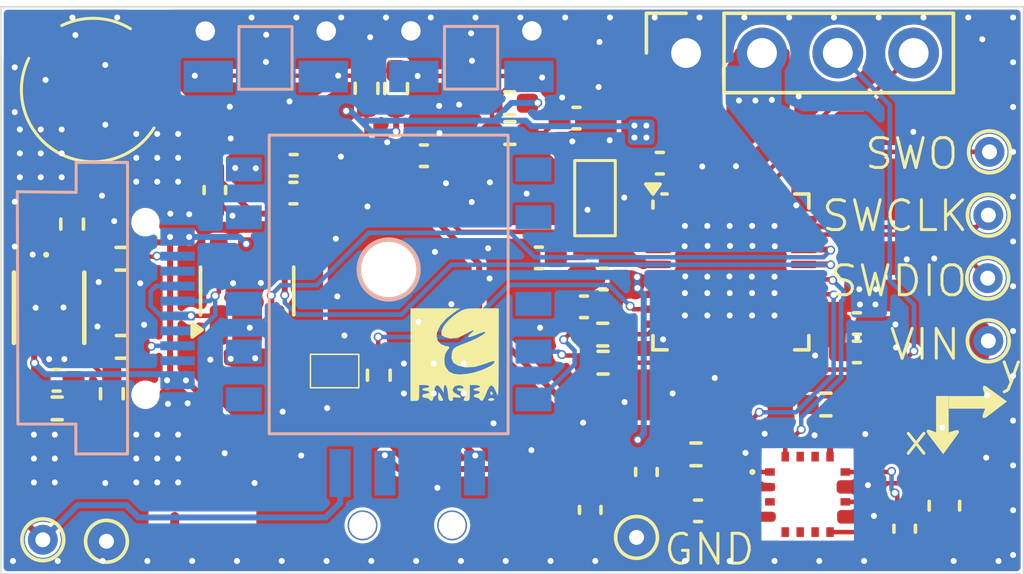
<source format=kicad_pcb>
(kicad_pcb (version 20240108) (generator "pcbnew") (generator_version "8.0")
  (layers (0 "F.Cu" signal) (31 "B.Cu" signal) (34 "B.Paste" user) (35 "F.Paste" user) (36 "B.SilkS" user "B.Silkscreen") (37 "F.SilkS" user "F.Silkscreen") (38 "B.Mask" user) (39 "F.Mask" user) (44 "Edge.Cuts" user))
  (net 0 "")
  (net 1 "Net-(C1-Pad2)")
  (net 2 "+3.3V")
  (net 3 "Net-(U1-NRST)")
  (net 4 "GNDGPS")
  (net 5 "Net-(BT1-+)")
  (net 6 "Net-(IC1-SETC)")
  (net 7 "Net-(IC1-STEP)")
  (net 8 "Net-(IC1-C1)")
  (net 9 "Net-(D1-K)")
  (net 10 "Net-(D1-A)")
  (net 12 "COMPASSCL")
  (net 13 "COMPASSDA")
  (net 19 "Net-(J1-CC2)")
  (net 20 "Net-(J1-CC1)")
  (net 21 "OLED_SCL")
  (net 22 "OLED_SDA")
  (net 25 "Net-(PA1010D1-TX)")
  (net 28 "Net-(PA1010D1-RX)")
  (net 30 "ALIMGPS")
  (net 31 "Net-(U2-PROG)")
  (net 32 "GPSRX")
  (net 33 "GPSTX")
  (net 34 "B2")
  (net 35 "B1")
  (net 36 "vusb")
  (net 37 "SWDIO")
  (net 38 "SWO")
  (net 39 "SWCLK")
  (net 42 "D+")
  (net 44 "D-")
  (net 51 "Net-(SW6-B)")
  (net 52 "GND")
  (net 53 "BAT+")
  (net 58 "Net-(R10-Pad1)")
  (net 59 "Net-(R11-Pad1)")
  (net 60 "Net-(J1-D--PadA7)")
  (net 61 "Net-(J1-D+-PadA6)")
  (footprint "LDLN025PU33R:LDLN025PU33R" (layer "F.Cu") (at 194.43 79.71 180)
    (property "Reference" "U3" (hide yes))
    (property "Value" "LDLN022PU33R" (hide yes))
  )
  (footprint "Capacitor_SMD:C_0402_1005Metric_Pad0.74x0.62mm_HandSolder" (layer "F.Cu") (at 193.24 81.9 -90)
    (property "Reference" "C14" (hide yes))
    (property "Value" "1u" (hide yes))
  )
  (footprint "Connector_PinSocket_2.54mm:PinSocket_1x04_P2.54mm_Vertical" (layer "F.Cu") (at 196.45 66.6 90)
    (property "Reference" "J2" (hide yes))
    (property "Value" "OLED" (hide yes))
  )
  (footprint "Resistor_SMD:R_0402_1005Metric_Pad0.72x0.64mm_HandSolder" (layer "F.Cu") (at 196.78 80.04 180)
    (property "Reference" "R9" (hide yes))
    (property "Value" "2.2k" (hide yes))
  )
  (footprint "Resistor_SMD:R_0402_1005Metric_Pad0.72x0.64mm_HandSolder" (layer "F.Cu") (at 177.22 78.01 90)
    (property "Reference" "R1" (hide yes))
    (property "Value" "20k" (hide yes))
  )
  (footprint "Package_DFN_QFN:QFN-32-1EP_5x5mm_P0.5mm_EP3.45x3.45mm" (layer "F.Cu") (at 197.95 73.93)
    (property "Reference" "U1" (hide yes))
    (property "Value" "STM32L432KCUx" (hide yes))
  )
  (footprint "TestPoint:TestPoint_THTPad_D1.0mm_Drill0.5mm" (layer "F.Cu") (at 174.91 82.9)
    (property "Reference" "TP5" (hide yes))
    (property "Value" "bat+" (hide yes))
  )
  (footprint "TestPoint:TestPoint_THTPad_D1.0mm_Drill0.5mm" (layer "F.Cu") (at 206.55 74.14)
    (property "Reference" "TP9" (hide yes))
    (property "Value" "SWDIO" (hide yes))
  )
  (footprint "Capacitor_SMD:C_0402_1005Metric_Pad0.74x0.62mm_HandSolder" (layer "F.Cu") (at 202.17 75.66 180)
    (property "Reference" "C3" (hide yes))
    (property "Value" "100n" (hide yes))
  )
  (footprint "Resistor_SMD:R_0402_1005Metric_Pad0.72x0.64mm_HandSolder" (layer "F.Cu") (at 177.53 73.49 180)
    (property "Reference" "R4" (hide yes))
    (property "Value" "5.1k" (hide yes))
  )
  (footprint "Resistor_SMD:R_0402_1005Metric_Pad0.72x0.64mm_HandSolder" (layer "F.Cu") (at 193.67 76.97 180)
    (property "Reference" "R7" (hide yes))
    (property "Value" "470R" (hide yes))
  )
  (footprint "Capacitor_SMD:C_0402_1005Metric_Pad0.74x0.62mm_HandSolder" (layer "F.Cu") (at 195.12 80.63 -90)
    (property "Reference" "C15" (hide yes))
    (property "Value" "1u" (hide yes))
  )
  (footprint "Package_TO_SOT_SMD:SOT-23-6" (layer "F.Cu") (at 181.75 74.57 90)
    (property "Reference" "U4" (hide yes))
    (property "Value" "USBLC6-2SC6" (hide yes))
  )
  (footprint "TestPoint:TestPoint_THTPad_D1.0mm_Drill0.5mm" (layer "F.Cu") (at 206.57 72.03)
    (property "Reference" "TP11" (hide yes))
    (property "Value" "SWCLK" (hide yes))
  )
  (footprint "QMC5883L:QMC5883L" (layer "F.Cu") (at 200.52 81.38)
    (property "Reference" "IC1" (hide yes))
    (property "Value" "QMC5883L" (hide yes))
  )
  (footprint "TestPoint:TestPoint_THTPad_D1.0mm_Drill0.5mm" (layer "F.Cu") (at 206.57 76.24)
    (property "Reference" "TP7" (hide yes))
    (property "Value" "3.3v" (hide yes))
  )
  (footprint "Resistor_SMD:R_0402_1005Metric_Pad0.72x0.64mm_HandSolder" (layer "F.Cu") (at 201.13 78.37 180)
    (property "Reference" "R8" (hide yes))
    (property "Value" "2.2k" (hide yes))
  )
  (footprint "LED_SMD:LED_0201_0603Metric_Pad0.64x0.40mm_HandSolder" (layer "F.Cu") (at 175.02 72.32 90)
    (property "Reference" "D1" (hide yes))
    (property "Value" "~" (hide yes))
  )
  (footprint "Capacitor_SMD:C_0402_1005Metric_Pad0.74x0.62mm_HandSolder" (layer "F.Cu") (at 175.37 77.56)
    (property "Reference" "C1" (hide yes))
    (property "Value" "1u" (hide yes))
  )
  (footprint "Resistor_SMD:R_0402_1005Metric_Pad0.72x0.64mm_HandSolder" (layer "F.Cu") (at 193.66 76.03)
    (property "Reference" "R6" (hide yes))
    (property "Value" "470R" (hide yes))
  )
  (footprint "TestPoint:TestPoint_THTPad_D1.0mm_Drill0.5mm" (layer "F.Cu") (at 194.79 82.82)
    (property "Reference" "TP8" (hide yes))
    (property "Value" "GND" (hide yes))
  )
  (footprint "Capacitor_SMD:C_0402_1005Metric_Pad0.74x0.62mm_HandSolder" (layer "F.Cu") (at 192.78 68.78)
    (property "Reference" "C16" (hide yes))
    (property "Value" "10n" (hide yes))
  )
  (footprint "Capacitor_SMD:C_0402_1005Metric_Pad0.74x0.62mm_HandSolder" (layer "F.Cu") (at 183.3 71.29)
    (property "Reference" "C9" (hide yes))
    (property "Value" "0.1u" (hide yes))
  )
  (footprint "Capacitor_SMD:C_0402_1005Metric_Pad0.74x0.62mm_HandSolder" (layer "F.Cu") (at 180.67 71.19 90)
    (property "Reference" "C10" (hide yes))
    (property "Value" "1u" (hide yes))
  )
  (footprint "Capacitor_SMD:C_0402_1005Metric_Pad0.74x0.62mm_HandSolder" (layer "F.Cu") (at 196.85 81.93 180)
    (property "Reference" "C12" (hide yes))
    (property "Value" "0.1u" (hide yes))
  )
  (footprint "Resistor_SMD:R_0402_1005Metric_Pad0.72x0.64mm_HandSolder" (layer "F.Cu") (at 177.54 76.44 180)
    (property "Reference" "R5" (hide yes))
    (property "Value" "5.1k" (hide yes))
  )
  (footprint "logo:fleche" (layer "F.Cu") (at 206.22 78.28)
    (property "Reference" "G***" (hide yes))
    (property "Value" "LOGO" (hide yes))
  )
  (footprint "LTC4065:DFN-6_DC_LIT" (layer "F.Cu") (at 175.120001 75.129999 -90)
    (property "Reference" "U2" (hide yes))
    (property "Value" "LTC4065AEDC" (hide yes))
  )
  (footprint "Resistor_SMD:R_0402_1005Metric_Pad0.72x0.64mm_HandSolder" (layer "F.Cu") (at 186.74 67.79 90)
    (property "Reference" "R13" (hide yes))
    (property "Value" "10k" (hide yes))
  )
  (footprint "Resistor_SMD:R_0402_1005Metric_Pad0.72x0.64mm_HandSolder" (layer "F.Cu") (at 185.75 67.7825 -90)
    (property "Reference" "R10" (hide yes))
    (property "Value" "10k" (hide yes))
  )
  (footprint "Resistor_SMD:R_0402_1005Metric_Pad0.72x0.64mm_HandSolder" (layer "F.Cu") (at 175.39 78.5 180)
    (property "Reference" "R2" (hide yes))
    (property "Value" "1R" (hide yes))
  )
  (footprint "TestPoint:TestPoint_THTPad_D1.0mm_Drill0.5mm" (layer "F.Cu") (at 177.04 82.95)
    (property "Reference" "TP1" (hide yes))
    (property "Value" "bat-" (hide yes))
  )
  (footprint "Resistor_SMD:R_0402_1005Metric_Pad0.72x0.64mm_HandSolder" (layer "F.Cu") (at 175.89 72.33 90)
    (property "Reference" "R3" (hide yes))
    (property "Value" "510R" (hide yes))
  )
  (footprint "MS414:MS421R-IV03E" (layer "F.Cu") (at 178.995 68.939012 90)
    (property "Reference" "BT1" (hide yes))
    (property "Value" "ML414S" (hide yes))
  )
  (footprint "Resistor_SMD:R_0402_1005Metric_Pad0.72x0.64mm_HandSolder" (layer "F.Cu") (at 190.55 69.28)
    (property "Reference" "R11" (hide yes))
    (property "Value" "10k" (hide yes))
  )
  (footprint "TestPoint:TestPoint_THTPad_D1.0mm_Drill0.5mm" (layer "F.Cu") (at 206.61 69.91)
    (property "Reference" "TP10" (hide yes))
    (property "Value" "SWO" (hide yes))
  )
  (footprint "Capacitor_SMD:C_0603_1608Metric_Pad1.08x0.95mm_HandSolder" (layer "F.Cu") (at 205.1 81.76 -90)
    (property "Reference" "C13" (hide yes))
    (property "Value" "4.7u" (hide yes))
  )
  (footprint "Capacitor_SMD:C_0402_1005Metric_Pad0.74x0.62mm_HandSolder" (layer "F.Cu") (at 202.17 76.61 180)
    (property "Reference" "C4" (hide yes))
    (property "Value" "4.7u" (hide yes))
  )
  (footprint "Resistor_SMD:R_0402_1005Metric_Pad0.72x0.64mm_HandSolder" (layer "F.Cu") (at 186.16 77.39 -90)
    (property "Reference" "R14" (hide yes))
    (property "Value" "470k" (hide yes))
  )
  (footprint "logo:logo ensea" (layer "F.Cu") (at 188.724236 76.651527)
    (property "Reference" "G***" (hide yes))
    (property "Value" "LOGO" (hide yes))
  )
  (footprint "Resistor_SMD:R_0402_1005Metric_Pad0.72x0.64mm_HandSolder" (layer "F.Cu") (at 190.54 68.28 180)
    (property "Reference" "R12" (hide yes))
    (property "Value" "10k" (hide yes))
  )
  (footprint "Capacitor_SMD:C_0402_1005Metric_Pad0.74x0.62mm_HandSolder" (layer "F.Cu") (at 193.69 74.17)
    (property "Reference" "C2" (hide yes))
    (property "Value" "10n" (hide yes))
  )
  (footprint "Capacitor_SMD:C_0402_1005Metric_Pad0.74x0.62mm_HandSolder" (layer "F.Cu") (at 187.67 70.04)
    (property "Reference" "C17" (hide yes))
    (property "Value" "10n" (hide yes))
  )
  (footprint "Capacitor_SMD:C_0402_1005Metric_Pad0.74x0.62mm_HandSolder" (layer "F.Cu") (at 195.57 70.29 180)
    (property "Reference" "C6" (hide yes))
    (property "Value" "100n" (hide yes))
  )
  (footprint "2N7002KQB:2N7002KQB" (layer "F.Cu") (at 185.43 77.75 90)
    (property "Reference" "Q1" (hide yes))
    (property "Value" "2N7002K" (hide yes))
  )
  (footprint "Capacitor_SMD:C_0402_1005Metric_Pad0.74x0.62mm_HandSolder" (layer "F.Cu") (at 193.03 75.1)
    (property "Reference" "C5" (hide yes))
    (property "Value" "1u" (hide yes))
  )
  (footprint "Capacitor_SMD:C_0402_1005Metric_Pad0.74x0.62mm_HandSolder" (layer "F.Cu") (at 191.52 73.46)
    (property "Reference" "C7" (hide yes))
    (property "Value" "0.1u" (hide yes))
  )
  (footprint "SW_KXT3:SW_KXT3" (layer "F.Cu") (at 192.67 69.56 -90)
    (property "Reference" "SW5" (hide yes))
    (property "Value" "RSTBTN" (hide yes))
  )
  (footprint "Capacitor_SMD:C_0402_1005Metric_Pad0.74x0.62mm_HandSolder" (layer "F.Cu") (at 183.31 70.36)
    (property "Reference" "C8" (hide yes))
    (property "Value" "1u" (hide yes))
  )
  (footprint "logo:fleche" (layer "F.Cu") (at 205.05 79.06 -90)
    (property "Reference" "G***" (hide yes))
    (property "Value" "LOGO" (hide yes))
  )
  (footprint "Capacitor_SMD:C_0402_1005Metric_Pad0.74x0.62mm_HandSolder" (layer "F.Cu") (at 203.77 82.53 -90)
    (property "Reference" "C11" (hide yes))
    (property "Value" "0.22u" (hide yes))
  )
  (footprint "SW_PTS840:SW_PTS840" (layer "B.Cu") (at 186.51 65.41)
    (property "Reference" "SW1" (hide yes))
    (property "Value" "Boutton 1" (hide yes))
  )
  (footprint "PA1010D:PA1010D" (layer "B.Cu") (at 191.49 79.35 180)
    (property "Reference" "PA1010D1" (hide yes))
    (property "Value" "PA1010D" (hide yes))
  )
  (footprint "SW_PCM:SW_PCM" (layer "B.Cu") (at 191.265 83.7825 180)
    (property "Reference" "SW6" (hide yes))
    (property "Value" "Int" (hide yes))
  )
  (footprint "SW_PTS840:SW_PTS840" (layer "B.Cu") (at 179.625 65.415)
    (property "Reference" "SW2" (hide yes))
    (property "Value" "Boutton 2" (hide yes))
  )
  (footprint "USB4110_USBC_SMT:USB4110_USBC_SMT" (layer "B.Cu") (at 173.915 81.355 90)
    (property "Reference" "J1" (hide yes))
    (property "Value" "USB_C_Receptacle_USB2.0_14P" (hide yes))
  )
  (gr_rect (start 173.5 65.05) (end 207.75 84.05) (stroke (width 0.05)) (fill none) (layer "Edge.Cuts"))
  (gr_text "+-" (at 178.2 83.46 0) (layer "F.Cu") (effects (font (size 1.5 1.5) (thickness 0.3) (bold yes)) (justify left bottom)))
  (gr_text "SWO" (at 202.37 70.56 0) (layer "F.SilkS") (effects (font (size 1 1) (thickness 0.1)) (justify left bottom)))
  (gr_text "GND" (at 195.64 83.81 0) (layer "F.SilkS") (effects (font (size 1 1) (thickness 0.1)) (justify left bottom)))
  (gr_text "SWDIO" (at 201.19 74.82 0) (layer "F.SilkS") (effects (font (size 1 1) (thickness 0.1)) (justify left bottom)))
  (gr_text "x" (at 203.68 80.13 0) (layer "F.SilkS") (effects (font (size 1 1) (thickness 0.1)) (justify left bottom)))
  (gr_text "y" (at 206.89 77.74 0) (layer "F.SilkS") (effects (font (size 1 1) (thickness 0.1)) (justify left bottom)))
  (gr_text "SWCLK" (at 200.93 72.64 0) (layer "F.SilkS") (effects (font (size 1 1) (thickness 0.1)) (justify left bottom)))
  (gr_text "VIN" (at 203.19 76.95 0) (layer "F.SilkS") (effects (font (size 1 1) (thickness 0.1)) (justify left bottom)))
  (segment (start 175.9375 78.45) (end 175.9875 78.5) (width 0.15) (layer "F.Cu") (net 1))
  (segment (start 175.7675 78.24) (end 175.8275 78.3) (width 0.15) (layer "F.Cu") (net 1))
  (segment (start 175.9375 77.56) (end 175.9375 78.45) (width 0.15) (layer "F.Cu") (net 1))
  (segment (start 185.07 68.54) (end 185.07 69.204975) (width 0.2) (layer "F.Cu") (net 2))
  (segment (start 193.91 78.63) (end 194.83 79.55) (width 0.2) (layer "F.Cu") (net 2))
  (segment (start 186.74 69.22) (end 186.73 69.23) (width 0.2) (layer "F.Cu") (net 2))
  (segment (start 201.27 78.8275) (end 201.7275 78.37) (width 0.2) (layer "F.Cu") (net 2))
  (segment (start 186.74 68.3875) (end 186.74 69.22) (width 0.2) (layer "F.Cu") (net 2))
  (segment (start 201.27 80.117) (end 201.27 78.8275) (width 0.2) (layer "F.Cu") (net 2))
  (segment (start 182.9625 70.51) (end 183.0025 70.47) (width 0.2) (layer "F.Cu") (net 2))
  (segment (start 189.52 73.654975) (end 189.52 75.46) (width 0.2) (layer "F.Cu") (net 2))
  (segment (start 189.52 75.46) (end 192.69 78.63) (width 0.2) (layer "F.Cu") (net 2))
  (segment (start 182.05 70.47) (end 182.04 70.46) (width 0.2) (layer "F.Cu") (net 2))
  (segment (start 192.69 78.63) (end 193.91 78.63) (width 0.2) (layer "F.Cu") (net 2))
  (segment (start 185.07 69.204975) (end 189.52 73.654975) (width 0.2) (layer "F.Cu") (net 2))
  (via (at 202.25 74.51) (size 0.3) (drill 0.2) (layers "F.Cu" "B.Cu") (net 2))
  (via (at 185.07 68.54) (size 0.3) (drill 0.2) (layers "F.Cu" "B.Cu") (net 2))
  (via (at 199.32 68.17) (size 0.3) (drill 0.2) (layers "F.Cu" "B.Cu") (net 2))
  (via (at 195.12 69.43) (size 0.3) (drill 0.2) (layers "F.Cu" "B.Cu") (net 2))
  (via (at 191.48 68.27) (size 0.3) (drill 0.2) (layers "F.Cu" "B.Cu") (net 2))
  (via (at 186.73 69.23) (size 0.3) (drill 0.2) (layers "F.Cu" "B.Cu") (net 2))
  (via (at 198.77 68.19) (size 0.3) (drill 0.2) (layers "F.Cu" "B.Cu") (net 2))
  (via (at 194.82 74.47) (size 0.3) (drill 0.2) (layers "F.Cu" "B.Cu") (net 2))
  (via (at 198.22 68.19) (size 0.3) (drill 0.2) (layers "F.Cu" "B.Cu") (net 2))
  (via (at 194.81 74.1) (size 0.3) (drill 0.2) (layers "F.Cu" "B.Cu") (net 2))
  (via (at 202.81 74.51) (size 0.3) (drill 0.2) (layers "F.Cu" "B.Cu") (net 2))
  (via (at 202.27 75.02) (size 0.3) (drill 0.2) (layers "F.Cu" "B.Cu") (net 2))
  (via (at 194.72 69.43) (size 0.3) (drill 0.2) (layers "F.Cu" "B.Cu") (net 2))
  (via (at 182.04 70.46) (size 0.3) (drill 0.2) (layers "F.Cu" "B.Cu") (net 2))
  (via (at 194.72 69.03) (size 0.3) (drill 0.2) (layers "F.Cu" "B.Cu") (net 2))
  (via (at 181.35 70.45) (size 0.3) (drill 0.2) (layers "F.Cu" "B.Cu") (net 2))
  (via (at 195.12 69.03) (size 0.3) (drill 0.2) (layers "F.Cu" "B.Cu") (net 2))
  (via (at 202.79 75.02) (size 0.3) (drill 0.2) (layers "F.Cu" "B.Cu") (net 2))
  (via (at 194.83 79.55) (size 0.3) (drill 0.2) (layers "F.Cu" "B.Cu") (net 2))
  (segment (start 185.22 68.54) (end 185.545 68.865) (width 0.2) (layer "B.Cu") (net 2))
  (segment (start 190.605 68.27) (end 190.01 68.865) (width 0.2) (layer "B.Cu") (net 2))
  (segment (start 195.03 74.68) (end 194.82 74.47) (width 0.2) (layer "B.Cu") (net 2))
  (segment (start 194.81 74.1) (end 194.81 74.46) (width 0.2) (layer "B.Cu") (net 2))
  (segment (start 194.83 79.55) (end 195.03 79.35) (width 0.2) (layer "B.Cu") (net 2))
  (segment (start 194.7 69.05) (end 194.72 69.03) (width 0.2) (layer "B.Cu") (net 2))
  (segment (start 185.07 68.54) (end 185.22 68.54) (width 0.2) (layer "B.Cu") (net 2))
  (segment (start 195.12 69.04) (end 195.11 69.03) (width 0.2) (layer "B.Cu") (net 2))
  (segment (start 185.545 68.865) (end 190.01 68.865) (width 0.2) (layer "B.Cu") (net 2))
  (segment (start 191.085 68.865) (end 191.27 69.05) (width 0.2) (layer "B.Cu") (net 2))
  (segment (start 185.91 69.23) (end 185.545 68.865) (width 0.2) (layer "B.Cu") (net 2))
  (segment (start 191.27 69.05) (end 194.7 69.05) (width 0.2) (layer "B.Cu") (net 2))
  (segment (start 186.73 69.23) (end 185.91 69.23) (width 0.2) (layer "B.Cu") (net 2))
  (segment (start 190.01 68.865) (end 191.085 68.865) (width 0.2) (layer "B.Cu") (net 2))
  (segment (start 195.03 79.35) (end 195.03 74.68) (width 0.2) (layer "B.Cu") (net 2))
  (segment (start 194.81 74.46) (end 194.82 74.47) (width 0.2) (layer "B.Cu") (net 2))
  (segment (start 191.48 68.27) (end 190.605 68.27) (width 0.2) (layer "B.Cu") (net 2))
  (segment (start 193.045 73.46) (end 193.42 73.085) (width 0.15) (layer "F.Cu") (net 3))
  (segment (start 193.7475 73.0125) (end 193.675 73.085) (width 0.15) (layer "F.Cu") (net 3))
  (segment (start 193.675 73.085) (end 193.42 73.085) (width 0.15) (layer "F.Cu") (net 3))
  (segment (start 192.0875 73.46) (end 193.045 73.46) (width 0.15) (layer "F.Cu") (net 3))
  (segment (start 183.6375 71.439999) (end 183.6375 71.29) (width 0.2) (layer "F.Cu") (net 4))
  (segment (start 180.67 70.8525) (end 180.819999 70.8525) (width 0.2) (layer "F.Cu") (net 4))
  (segment (start 178.69 65.69) (end 178.71 68.48) (width 0.2) (layer "F.Cu") (net 4))
  (segment (start 178.495 67.189012) (end 180.67 69.364012) (width 0.2) (layer "F.Cu") (net 4))
  (segment (start 183.097499 71.98) (end 183.6375 71.439999) (width 0.2) (layer "F.Cu") (net 4))
  (segment (start 181.947499 71.98) (end 183.097499 71.98) (width 0.2) (layer "F.Cu") (net 4))
  (segment (start 178.71 68.48) (end 178.69 68.283603) (width 0.2) (layer "F.Cu") (net 4))
  (segment (start 180.67 69.364012) (end 180.67 70.8525) (width 0.2) (layer "F.Cu") (net 4))
  (segment (start 180.819999 70.8525) (end 181.947499 71.98) (width 0.2) (layer "F.Cu") (net 4))
  (segment (start 184.49 77.25) (end 184.1 77.25) (width 0.15) (layer "F.Cu") (net 4))
  (via (at 181.2 76.84) (size 0.3) (drill 0.2) (layers "F.Cu" "B.Cu") (net 4))
  (via (at 182.02 76.82) (size 0.3) (drill 0.2) (layers "F.Cu" "B.Cu") (net 4))
  (segment (start 176.12 69.64) (end 178.0075 71.5275) (width 0.15) (layer "F.Cu") (net 5))
  (segment (start 174.705 66.039012) (end 176.12 67.454012) (width 0.15) (layer "F.Cu") (net 5))
  (segment (start 176.12 67.454012) (end 176.12 69.64) (width 0.15) (layer "F.Cu") (net 5))
  (segment (start 180.7375 71.5275) (end 181.26 72.05) (width 0.15) (layer "F.Cu") (net 5))
  (segment (start 178.0075 71.5275) (end 180.7375 71.5275) (width 0.15) (layer "F.Cu") (net 5))
  (via (at 181.26 72.05) (size 0.3) (drill 0.2) (layers "F.Cu" "B.Cu") (net 5))
  (segment (start 203.44 81.33) (end 203.52 81.41) (width 0.15) (layer "F.Cu") (net 6))
  (segment (start 203.31 80.63) (end 203.33 80.61) (width 0.15) (layer "F.Cu") (net 6))
  (segment (start 201.783 80.63) (end 203.31 80.63) (width 0.15) (layer "F.Cu") (net 6))
  (segment (start 203.52 81.41) (end 203.52 81.9925) (width 0.15) (layer "F.Cu") (net 6))
  (via (at 203.44 81.33) (size 0.3) (drill 0.2) (layers "F.Cu" "B.Cu") (net 6))
  (via (at 203.33 80.61) (size 0.3) (drill 0.2) (layers "F.Cu" "B.Cu") (net 6))
  (segment (start 203.33 81.22) (end 203.33 80.61) (width 0.15) (layer "B.Cu") (net 6))
  (segment (start 203.44 81.33) (end 203.33 81.22) (width 0.15) (layer "B.Cu") (net 6))
  (segment (start 203.3155 82.643) (end 203.77 83.0975) (width 0.15) (layer "F.Cu") (net 7))
  (segment (start 201.27 82.643) (end 203.3155 82.643) (width 0.15) (layer "F.Cu") (net 7))
  (segment (start 204.6425 81.005) (end 204.77 80.8775) (width 0.15) (layer "F.Cu") (net 8))
  (segment (start 203.185 81.005) (end 204.6425 81.005) (width 0.15) (layer "F.Cu") (net 8))
  (segment (start 201.783 81.63) (end 202.56 81.63) (width 0.15) (layer "F.Cu") (net 8))
  (segment (start 202.56 81.63) (end 203.185 81.005) (width 0.15) (layer "F.Cu") (net 8))
  (segment (start 175.120001 74.179998) (end 175.120001 72.747501) (width 0.15) (layer "F.Cu") (net 9))
  (segment (start 175.120001 72.747501) (end 175.11 72.7375) (width 0.15) (layer "F.Cu") (net 9))
  (segment (start 175.11 71.9225) (end 175.8 71.9225) (width 0.15) (layer "F.Cu") (net 10))
  (segment (start 175.8 71.9225) (end 175.91 72.0325) (width 0.15) (layer "F.Cu") (net 10))
  (segment (start 197.5 80.03) (end 197.4875 80.03) (width 0.15) (layer "F.Cu") (net 12))
  (segment (start 198.0875 80.63) (end 197.4875 80.03) (width 0.15) (layer "F.Cu") (net 12))
  (segment (start 199.257 80.63) (end 198.0875 80.63) (width 0.15) (layer "F.Cu") (net 12))
  (segment (start 198.9 78.63) (end 197.5 80.03) (width 0.15) (layer "F.Cu") (net 12))
  (segment (start 200.3875 74.68) (end 201.37 74.68) (width 0.15) (layer "F.Cu") (net 12))
  (segment (start 201.37 74.68) (end 201.39 74.7) (width 0.15) (layer "F.Cu") (net 12))
  (via (at 198.9 78.63) (size 0.3) (drill 0.2) (layers "F.Cu" "B.Cu") (net 12))
  (via (at 201.39 74.7) (size 0.3) (drill 0.2) (layers "F.Cu" "B.Cu") (net 12))
  (segment (start 200.13 78.63) (end 201.39 77.37) (width 0.15) (layer "B.Cu") (net 12))
  (segment (start 201.39 77.37) (end 201.39 74.7) (width 0.15) (layer "B.Cu") (net 12))
  (segment (start 198.9 78.63) (end 200.13 78.63) (width 0.15) (layer "B.Cu") (net 12))
  (segment (start 201.33 74.18) (end 201.36 74.21) (width 0.15) (layer "F.Cu") (net 13))
  (segment (start 200.305 79.205) (end 200.305 78.5975) (width 0.15) (layer "F.Cu") (net 13))
  (segment (start 200.3875 74.18) (end 201.33 74.18) (width 0.15) (layer "F.Cu") (net 13))
  (segment (start 200.305 79.205) (end 199.77 79.74) (width 0.15) (layer "F.Cu") (net 13))
  (segment (start 200.305 78.5975) (end 200.5325 78.37) (width 0.15) (layer "F.Cu") (net 13))
  (segment (start 199.77 79.74) (end 199.77 80.117) (width 0.15) (layer "F.Cu") (net 13))
  (via (at 200.305 79.205) (size 0.3) (drill 0.2) (layers "F.Cu" "B.Cu") (net 13))
  (via (at 201.36 74.21) (size 0.3) (drill 0.2) (layers "F.Cu" "B.Cu") (net 13))
  (segment (start 201.715 74.565) (end 201.36 74.21) (width 0.15) (layer "B.Cu") (net 13))
  (segment (start 200.305 78.808553) (end 201.64 77.473553) (width 0.15) (layer "B.Cu") (net 13))
  (segment (start 200.305 79.205) (end 200.305 78.808553) (width 0.15) (layer "B.Cu") (net 13))
  (segment (start 201.64 74.90962) (end 201.715 74.83462) (width 0.15) (layer "B.Cu") (net 13))
  (segment (start 201.64 77.473553) (end 201.64 74.90962) (width 0.15) (layer "B.Cu") (net 13))
  (segment (start 201.715 74.83462) (end 201.715 74.565) (width 0.15) (layer "B.Cu") (net 13))
  (segment (start 178.71 73.42) (end 177.8775 73.42) (width 0.15) (layer "F.Cu") (net 19))
  (segment (start 178.73 73.4) (end 178.71 73.42) (width 0.15) (layer "F.Cu") (net 19))
  (via (at 178.73 73.4) (size 0.3) (drill 0.2) (layers "F.Cu" "B.Cu") (net 19))
  (segment (start 178.73 73.4) (end 178.735 73.405) (width 0.15) (layer "B.Cu") (net 19))
  (segment (start 178.735 73.405) (end 179.42 73.405) (width 0.15) (layer "B.Cu") (net 19))
  (segment (start 177.8775 76.44) (end 178.52 76.44) (width 0.15) (layer "F.Cu") (net 20))
  (segment (start 178.52 76.44) (end 178.54 76.42) (width 0.15) (layer "F.Cu") (net 20))
  (via (at 178.54 76.42) (size 0.3) (drill 0.2) (layers "F.Cu" "B.Cu") (net 20))
  (segment (start 179.42 76.405) (end 178.555 76.405) (width 0.15) (layer "B.Cu") (net 20))
  (segment (start 178.555 76.405) (end 178.54 76.42) (width 0.15) (layer "B.Cu") (net 20))
  (segment (start 203.46 77.2) (end 198.68668 77.2) (width 0.15) (layer "F.Cu") (net 21))
  (segment (start 198.68668 77.2) (end 198.2 76.71332) (width 0.15) (layer "F.Cu") (net 21))
  (segment (start 204.08 76.58) (end 203.46 77.2) (width 0.15) (layer "F.Cu") (net 21))
  (segment (start 198.2 76.71332) (end 198.2 76.3675) (width 0.15) (layer "F.Cu") (net 21))
  (via (at 204.08 76.58) (size 0.3) (drill 0.2) (layers "F.Cu" "B.Cu") (net 21))
  (segment (start 203.27 74.22) (end 203.27 68.34) (width 0.15) (layer "B.Cu") (net 21))
  (segment (start 203.27 68.34) (end 201.53 66.6) (width 0.15) (layer "B.Cu") (net 21))
  (segment (start 204.08 75.03) (end 203.27 74.22) (width 0.15) (layer "B.Cu") (net 21))
  (segment (start 204.08 76.58) (end 204.08 75.03) (width 0.15) (layer "B.Cu") (net 21))
  (segment (start 198.7 71.4925) (end 198.7 71.055001) (width 0.15) (layer "F.Cu") (net 22))
  (segment (start 202.345 68.325) (end 204.07 66.6) (width 0.15) (layer "F.Cu") (net 22))
  (segment (start 198.7 71.055001) (end 201.430001 68.325) (width 0.15) (layer "F.Cu") (net 22))
  (segment (start 201.430001 68.325) (end 202.345 68.325) (width 0.15) (layer "F.Cu") (net 22))
  (segment (start 192.29 76.7) (end 192.32 76.73) (width 0.15) (layer "F.Cu") (net 25))
  (segment (start 192.32 76.73) (end 193.0225 76.73) (width 0.15) (layer "F.Cu") (net 25))
  (via (at 192.29 76.7) (size 0.3) (drill 0.2) (layers "F.Cu" "B.Cu") (net 25))
  (segment (start 192.29 76.7) (end 192.19 76.6) (width 0.15) (layer "B.Cu") (net 25))
  (segment (start 192.19 76.6) (end 191.34 76.6) (width 0.15) (layer "B.Cu") (net 25))
  (segment (start 192.52 76.03) (end 193.0625 76.03) (width 0.15) (layer "F.Cu") (net 28))
  (segment (start 193.0625 75.9) (end 193.0425 75.88) (width 0.15) (layer "F.Cu") (net 28))
  (segment (start 193.0625 76.03) (end 193.0625 75.9) (width 0.15) (layer "F.Cu") (net 28))
  (segment (start 192.35 76.2) (end 192.52 76.03) (width 0.15) (layer "F.Cu") (net 28))
  (via (at 192.35 76.2) (size 0.3) (drill 0.2) (layers "F.Cu" "B.Cu") (net 28))
  (segment (start 192.715 76.565) (end 192.715 77.025) (width 0.15) (layer "B.Cu") (net 28))
  (segment (start 192.35 76.2) (end 192.715 76.565) (width 0.15) (layer "B.Cu") (net 28))
  (segment (start 191.54 78.2) (end 191.34 78.2) (width 0.15) (layer "B.Cu") (net 28))
  (segment (start 192.715 77.025) (end 191.54 78.2) (width 0.15) (layer "B.Cu") (net 28))
  (segment (start 186.14 76.7725) (end 186.14 76.11) (width 0.15) (layer "F.Cu") (net 30))
  (segment (start 185.3125 76.7925) (end 186.16 76.7925) (width 0.15) (layer "F.Cu") (net 30))
  (segment (start 186.16 76.7925) (end 186.14 76.7725) (width 0.15) (layer "F.Cu") (net 30))
  (segment (start 185.18 76.925) (end 185.3125 76.7925) (width 0.15) (layer "F.Cu") (net 30))
  (segment (start 195.5125 75.18) (end 194.68 75.18) (width 0.15) (layer "F.Cu") (net 30))
  (segment (start 194.68 75.18) (end 194.575 75.075) (width 0.15) (layer "F.Cu") (net 30))
  (via (at 194.575 75.075) (size 0.3) (drill 0.2) (layers "F.Cu" "B.Cu") (net 30))
  (via (at 186.14 76.11) (size 0.3) (drill 0.2) (layers "F.Cu" "B.Cu") (net 30))
  (segment (start 190.52 74.37) (end 188.78 76.11) (width 0.15) (layer "B.Cu") (net 30))
  (segment (start 194.575 75.075) (end 193.87 74.37) (width 0.15) (layer "B.Cu") (net 30))
  (segment (start 188.78 76.11) (end 186.14 76.11) (width 0.15) (layer "B.Cu") (net 30))
  (segment (start 193.87 74.37) (end 190.52 74.37) (width 0.15) (layer "B.Cu") (net 30))
  (segment (start 176.9525 77.4125) (end 175.62 76.08) (width 0.15) (layer "F.Cu") (net 31))
  (segment (start 177.22 77.4125) (end 176.9525 77.4125) (width 0.15) (layer "F.Cu") (net 31))
  (segment (start 195.1725 76.02) (end 195.5125 75.68) (width 0.15) (layer "F.Cu") (net 32))
  (segment (start 194.2675 76.02) (end 195.1725 76.02) (width 0.15) (layer "F.Cu") (net 32))
  (segment (start 195.56 76.97) (end 195.67 76.86) (width 0.15) (layer "F.Cu") (net 33))
  (segment (start 194.2675 76.97) (end 195.56 76.97) (width 0.15) (layer "F.Cu") (net 33))
  (segment (start 195.67 76.86) (end 195.7075 76.86) (width 0.15) (layer "F.Cu") (net 33))
  (segment (start 195.7075 76.86) (end 196.2 76.3675) (width 0.15) (layer "F.Cu") (net 33))
  (segment (start 186.33 70.04) (end 187.1025 70.04) (width 0.15) (layer "F.Cu") (net 34))
  (segment (start 185.75 69.46) (end 186.33 70.04) (width 0.15) (layer "F.Cu") (net 34))
  (segment (start 188.9 72.59) (end 187.1025 70.7925) (width 0.15) (layer "F.Cu") (net 34))
  (segment (start 187.1025 70.7925) (end 187.1025 70.04) (width 0.15) (layer "F.Cu") (net 34))
  (segment (start 185.75 68.38) (end 185.75 69.46) (width 0.15) (layer "F.Cu") (net 34))
  (segment (start 194.325 72.585) (end 191.049999 72.585) (width 0.15) (layer "F.Cu") (net 34))
  (segment (start 195.5125 73.18) (end 194.92 73.18) (width 0.15) (layer "F.Cu") (net 34))
  (segment (start 191.044999 72.59) (end 188.9 72.59) (width 0.15) (layer "F.Cu") (net 34))
  (segment (start 191.049999 72.585) (end 191.044999 72.59) (width 0.15) (layer "F.Cu") (net 34))
  (segment (start 194.92 73.18) (end 194.325 72.585) (width 0.15) (layer "F.Cu") (net 34))
  (segment (start 191.6925 69.4825) (end 194.89 72.68) (width 0.15) (layer "F.Cu") (net 35))
  (segment (start 191.1475 69.28) (end 191.6925 69.28) (width 0.15) (layer "F.Cu") (net 35))
  (segment (start 194.89 72.68) (end 195.5125 72.68) (width 0.15) (layer "F.Cu") (net 35))
  (segment (start 191.6925 69.28) (end 191.6925 69.4825) (width 0.15) (layer "F.Cu") (net 35))
  (segment (start 191.6925 69.28) (end 192.1925 68.78) (width 0.15) (layer "F.Cu") (net 35))
  (segment (start 188.55 79.24) (end 189.39 80.08) (width 0.2) (layer "F.Cu") (net 36))
  (segment (start 179.17 77.46) (end 179.17 72.76) (width 0.2) (layer "F.Cu") (net 36))
  (segment (start 179.07 77.56) (end 179.17 77.46) (width 0.2) (layer "F.Cu") (net 36))
  (segment (start 179.17 72.76) (end 178.99 72.94) (width 0.2) (layer "F.Cu") (net 36))
  (segment (start 174.620002 76.08) (end 174.620002 76.970002) (width 0.2) (layer "F.Cu") (net 36))
  (segment (start 174.635 76.094998) (end 174.620002 76.08) (width 0.2) (layer "F.Cu") (net 36))
  (segment (start 174.620002 76.970002) (end 174.63 76.98) (width 0.2) (layer "F.Cu") (net 36))
  (segment (start 174.620002 76.989998) (end 174.620002 77.167502) (width 0.2) (layer "F.Cu") (net 36))
  (segment (start 179.7 77.56) (end 181.38 79.24) (width 0.2) (layer "F.Cu") (net 36))
  (segment (start 179.17 72.76) (end 179.81 72.76) (width 0.2) (layer "F.Cu") (net 36))
  (segment (start 178.99 72.94) (end 176.1425 72.94) (width 0.2) (layer "F.Cu") (net 36))
  (segment (start 174.63 76.98) (end 174.620002 76.989998) (width 0.2) (layer "F.Cu") (net 36))
  (segment (start 174.620002 77.167502) (end 174.8625 77.41) (width 0.2) (layer "F.Cu") (net 36))
  (segment (start 176.1425 72.94) (end 175.91 72.7075) (width 0.2) (layer "F.Cu") (net 36))
  (segment (start 181.38 79.24) (end 188.55 79.24) (width 0.2) (layer "F.Cu") (net 36))
  (via (at 174.63 76.98) (size 0.3) (drill 0.2) (layers "F.Cu" "B.Cu") (net 36))
  (via (at 179.07 77.56) (size 0.3) (drill 0.2) (layers "F.Cu" "B.Cu") (net 36))
  (via (at 179.7 77.56) (size 0.3) (drill 0.2) (layers "F.Cu" "B.Cu") (net 36))
  (via (at 179.81 72.76) (size 0.3) (drill 0.2) (layers "F.Cu" "B.Cu") (net 36))
  (via (at 189.39 80.08) (size 0.3) (drill 0.2) (layers "F.Cu" "B.Cu") (net 36))
  (via (at 179.17 72.76) (size 0.3) (drill 0.2) (layers "F.Cu" "B.Cu") (net 36))
  (via (at 181.72 72.99) (size 0.3) (drill 0.2) (layers "F.Cu" "B.Cu") (net 36))
  (segment (start 174.63 76.996397) (end 174.988603 77.355) (width 0.2) (layer "B.Cu") (net 36))
  (segment (start 178.865 77.355) (end 179.07 77.56) (width 0.2) (layer "B.Cu") (net 36))
  (segment (start 181.49 72.76) (end 181.72 72.99) (width 0.2) (layer "B.Cu") (net 36))
  (segment (start 179.81 72.76) (end 181.49 72.76) (width 0.2) (layer "B.Cu") (net 36))
  (segment (start 174.63 76.98) (end 174.63 76.996397) (width 0.2) (layer "B.Cu") (net 36))
  (segment (start 174.988603 77.355) (end 178.865 77.355) (width 0.2) (layer "B.Cu") (net 36))
  (segment (start 205.09 72.68) (end 206.55 74.14) (width 0.15) (layer "F.Cu") (net 37))
  (segment (start 200.3875 72.68) (end 205.09 72.68) (width 0.15) (layer "F.Cu") (net 37))
  (segment (start 199.2 71.4925) (end 199.2 71.055001) (width 0.15) (layer "F.Cu") (net 38))
  (segment (start 199.2 71.055001) (end 200.345001 69.91) (width 0.15) (layer "F.Cu") (net 38))
  (segment (start 200.345001 69.91) (end 206.61 69.91) (width 0.15) (layer "F.Cu") (net 38))
  (segment (start 206.17 72.43) (end 206.57 72.03) (width 0.15) (layer "F.Cu") (net 39))
  (segment (start 200.3875 72.18) (end 200.5875 72.38) (width 0.15) (layer "F.Cu") (net 39))
  (segment (start 200.5875 72.38) (end 200.862608 72.38) (width 0.15) (layer "F.Cu") (net 39))
  (segment (start 200.862608 72.38) (end 200.912608 72.43) (width 0.15) (layer "F.Cu") (net 39))
  (segment (start 200.912608 72.43) (end 206.17 72.43) (width 0.15) (layer "F.Cu") (net 39))
  (segment (start 182.7 75.7075) (end 182.56 75.5675) (width 0.2) (layer "F.Cu") (net 42))
  (segment (start 182.56 75.5675) (end 182.56 74.72) (width 0.2) (layer "F.Cu") (net 42))
  (segment (start 200.3875 73.18) (end 201.27 73.18) (width 0.2) (layer "F.Cu") (net 42))
  (segment (start 201.27 73.18) (end 201.29 73.2) (width 0.2) (layer "F.Cu") (net 42))
  (via (at 182.56 74.72) (size 0.3) (drill 0.2) (layers "F.Cu" "B.Cu") (net 42))
  (via (at 201.29 73.2) (size 0.3) (drill 0.2) (layers "F.Cu" "B.Cu") (net 42))
  (segment (start 190.565 72.62) (end 191.385 73.44) (width 0.15) (layer "B.Cu") (net 42))
  (segment (start 191.385 73.44) (end 201.05 73.44) (width 0.15) (layer "B.Cu") (net 42))
  (segment (start 184.075 74.375) (end 182.88538 74.375) (width 0.15) (layer "B.Cu") (net 42))
  (segment (start 184.075 74.375) (end 185.83 72.62) (width 0.15) (layer "B.Cu") (net 42))
  (segment (start 182.88538 74.375) (end 182.56 74.70038) (width 0.15) (layer "B.Cu") (net 42))
  (segment (start 185.83 72.62) (end 190.565 72.62) (width 0.15) (layer "B.Cu") (net 42))
  (segment (start 201.05 73.44) (end 201.29 73.2) (width 0.15) (layer "B.Cu") (net 42))
  (segment (start 182.56 74.70038) (end 182.56 74.72) (width 0.15) (layer "B.Cu") (net 42))
  (segment (start 200.3875 73.68) (end 201.28 73.68) (width 0.2) (layer "F.Cu") (net 44))
  (segment (start 183.01 74.71) (end 183.01 73.7425) (width 0.2) (layer "F.Cu") (net 44))
  (segment (start 183.01 73.7425) (end 182.7 73.4325) (width 0.2) (layer "F.Cu") (net 44))
  (segment (start 201.28 73.68) (end 201.29 73.69) (width 0.2) (layer "F.Cu") (net 44))
  (via (at 183.01 74.71) (size 0.3) (drill 0.2) (layers "F.Cu" "B.Cu") (net 44))
  (via (at 201.29 73.69) (size 0.3) (drill 0.2) (layers "F.Cu" "B.Cu") (net 44))
  (segment (start 186.92 75.36) (end 188.59 73.69) (width 0.15) (layer "B.Cu") (net 44))
  (segment (start 183.41 75.36) (end 183.01 74.96) (width 0.15) (layer "B.Cu") (net 44))
  (segment (start 183.01 74.96) (end 183.01 74.71) (width 0.15) (layer "B.Cu") (net 44))
  (segment (start 186.92 75.36) (end 183.41 75.36) (width 0.15) (layer "B.Cu") (net 44))
  (segment (start 188.59 73.69) (end 201.29 73.69) (width 0.15) (layer "B.Cu") (net 44))
  (segment (start 186.82 80.53) (end 186.36 80.07) (width 0.2) (layer "F.Cu") (net 51))
  (segment (start 192.73 80.53) (end 186.82 80.53) (width 0.2) (layer "F.Cu") (net 51))
  (via (at 186.36 80.07) (size 0.3) (drill 0.2) (layers "F.Cu" "B.Cu") (net 51))
  (segment (start 175.120001 76.08) (end 175.12 76.85) (width 0.2) (layer "F.Cu") (net 52))
  (segment (start 193.83 80.215) (end 193.8675 80.215) (width 0.2) (layer "F.Cu") (net 52))
  (segment (start 193.8675 80.215) (end 194.2225 80.57) (width 0.2) (layer "F.Cu") (net 52))
  (via (at 183.56 80.08) (size 0.3) (drill 0.2) (layers "F.Cu" "B.Cu") (net 52))
  (via (at 198.67 73.06) (size 0.3) (drill 0.2) (layers "F.Cu" "B.Cu") (net 52))
  (via (at 173.97 71.58) (size 0.3) (drill 0.2) (layers "F.Cu" "B.Cu") (net 52))
  (via (at 192.3 68.09) (size 0.3) (drill 0.2) (layers "F.Cu" "B.Cu") (net 52))
  (via (at 191.27 79.9) (size 0.3) (drill 0.2) (layers "F.Cu" "B.Cu") (net 52))
  (via (at 193 78.98) (size 0.3) (drill 0.2) (layers "F.Cu" "B.Cu") (net 52))
  (via (at 187 78) (size 0.3) (drill 0.2) (layers "F.Cu" "B.Cu") (net 52))
  (via (at 177 69) (size 0.3) (drill 0.2) (layers "F.Cu" "B.Cu") (net 52))
  (via (at 200.75 79.4) (size 0.3) (drill 0.2) (layers "F.Cu" "B.Cu") (net 52))
  (via (at 175.9 65.41) (size 0.3) (drill 0.2) (layers "F.Cu" "B.Cu") (net 52))
  (via (at 184.43 78.49) (size 0.3) (drill 0.2) (layers "F.Cu" "B.Cu") (net 52))
  (via (at 175 67.5) (size 0.3) (drill 0.2) (layers "F.Cu" "B.Cu") (net 52))
  (via (at 188.41 70.96) (size 0.3) (drill 0.2) (layers "F.Cu" "B.Cu") (net 52))
  (via (at 199.41 74.64) (size 0.3) (drill 0.2) (layers "F.Cu" "B.Cu") (net 52))
  (via (at 174.84 69.16) (size 0.3) (drill 0.2) (layers "F.Cu" "B.Cu") (net 52))
  (via (at 176.91 83.61) (size 0.3) (drill 0.2) (layers "F.Cu" "B.Cu") (net 52))
  (via (at 197.91 83.61) (size 0.3) (drill 0.2) (layers "F.Cu" "B.Cu") (net 52))
  (via (at 184.41 83.61) (size 0.3) (drill 0.2) (layers "F.Cu" "B.Cu") (net 52))
  (via (at 187.41 83.61) (size 0.3) (drill 0.2) (layers "F.Cu" "B.Cu") (net 52))
  (via (at 189.82 73.14) (size 0.3) (drill 0.2) (layers "F.Cu" "B.Cu") (net 52))
  (via (at 176.74 75.76) (size 0.3) (drill 0.2) (layers "F.Cu" "B.Cu") (net 52))
  (via (at 175.31 80.18) (size 0.3) (drill 0.2) (layers "F.Cu" "B.Cu") (net 52))
  (via (at 198.66 74.64) (size 0.3) (drill 0.2) (layers "F.Cu" "B.Cu") (net 52))
  (via (at 196.41 74.64) (size 0.3) (drill 0.2) (layers "F.Cu" "B.Cu") (net 52))
  (via (at 178.74 80.98) (size 0.3) (drill 0.2) (layers "F.Cu" "B.Cu") (net 52))
  (via (at 198.44 79.99) (size 0.3) (drill 0.2) (layers "F.Cu" "B.Cu") (net 52))
  (via (at 199.42 73.07) (size 0.3) (drill 0.2) (layers "F.Cu" "B.Cu") (net 52))
  (via (at 179.44 80.98) (size 0.3) (drill 0.2) (layers "F.Cu" "B.Cu") (net 52))
  (via (at 174.14 69.16) (size 0.3) (drill 0.2) (layers "F.Cu" "B.Cu") (net 52))
  (via (at 199.41 72.39) (size 0.3) (drill 0.2) (layers "F.Cu" "B.Cu") (net 52))
  (via (at 188.59 75.01) (size 0.3) (drill 0.2) (layers "F.Cu" "B.Cu") (net 52))
  (via (at 182.21 74.3) (size 0.3) (drill 0.2) (layers "F.Cu" "B.Cu") (net 52))
  (via (at 188.18 68.37) (size 0.3) (drill 0.2) (layers "F.Cu" "B.Cu") (net 52))
  (via (at 200.22 68.05) (size 0.3) (drill 0.2) (layers "F.Cu" "B.Cu") (net 52))
  (via (at 175.6 75.12) (size 0.3) (drill 0.2) (layers "F.Cu" "B.Cu") (net 52))
  (via (at 177.4 65.41) (size 0.3) (drill 0.2) (layers "F.Cu" "B.Cu") (net 52))
  (via (at 179.1 78.35) (size 0.3) (drill 0.2) (layers "F.Cu" "B.Cu") (net 52))
  (via (at 184.9 65.41) (size 0.3) (drill 0.2) (layers "F.Cu" "B.Cu") (net 52))
  (via (at 191.91 83.61) (size 0.3) (drill 0.2) (layers "F.Cu" "B.Cu") (net 52))
  (via (at 178.74 80.18) (size 0.3) (drill 0.2) (layers "F.Cu" "B.Cu") (net 52))
  (via (at 205.41 83.61) (size 0.3) (drill 0.2) (layers "F.Cu" "B.Cu") (net 52))
  (via (at 202.54 81.07) (size 0.3) (drill 0.2) (layers "F.Cu" "B.Cu") (net 52))
  (via (at 194.38 71.44) (size 0.3) (drill 0.2) (layers "F.Cu" "B.Cu") (net 52))
  (via (at 175.54 69.16) (size 0.3) (drill 0.2) (layers "F.Cu" "B.Cu") (net 52))
  (via (at 197.9 74.08) (size 0.3) (drill 0.2) (layers "F.Cu" "B.Cu") (net 52))
  (via (at 205.9 65.41) (size 0.3) (drill 0.2) (layers "F.Cu" "B.Cu") (net 52))
  (via (at 175.41 83.61) (size 0.3) (drill 0.2) (layers "F.Cu" "B.Cu") (net 52))
  (via (at 181.17 68.4) (size 0.3) (drill 0.2) (layers "F.Cu" "B.Cu") (net 52))
  (via (at 182.94 78.61) (size 0.3) (drill 0.2) (layers "F.Cu" "B.Cu") (net 52))
  (via (at 196 78) (size 0.3) (drill 0.2) (layers "F.Cu" "B.Cu") (net 52))
  (via (at 178.04 80.98) (size 0.3) (drill 0.2) (layers "F.Cu" "B.Cu") (net 52))
  (via (at 197.16 74.64) (size 0.3) (drill 0.2) (layers "F.Cu" "B.Cu") (net 52))
  (via (at 196.4 73.07) (size 0.3) (drill 0.2) (layers "F.Cu" "B.Cu") (net 52))
  (via (at 190 79) (size 0.3) (drill 0.2) (layers "F.Cu" "B.Cu") (net 52))
  (via (at 196.42 74.08) (size 0.3) (drill 0.2) (layers "F.Cu" "B.Cu") (net 52))
  (via (at 207.4 74.41) (size 0.3) (drill 0.2) (layers "F.Cu" "B.Cu") (net 52))
  (via (at 207.4 80.41) (size 0.3) (drill 0.2) (layers "F.Cu" "B.Cu") (net 52))
  (via (at 178.04 70.91) (size 0.3) (drill 0.2) (layers "F.Cu" "B.Cu") (net 52))
  (via (at 207.4 78.91) (size 0.3) (drill 0.2) (layers "F.Cu" "B.Cu") (net 52))
  (via (at 174.14 70.76) (size 0.3) (drill 0.2) (layers "F.Cu" "B.Cu") (net 52))
  (via (at 185.78 71.74) (size 0.3) (drill 0.2) (layers "F.Cu" "B.Cu") (net 52))
  (via (at 178.41 83.61) (size 0.3) (drill 0.2) (layers "F.Cu" "B.Cu") (net 52))
  (via (at 174.61 80.18) (size 0.3) (drill 0.2) (layers "F.Cu" "B.Cu") (net 52))
  (via (at 179.18 71.98) (size 0.3) (drill 0.2) (layers "F.Cu" "B.Cu") (net 52))
  (via (at 196.41 83.61) (size 0.3) (drill 0.2) (layers "F.Cu" "B.Cu") (net 52))
  (via (at 174.57 73.35) (size 0.3) (drill 0.2) (layers "F.Cu" "B.Cu") (net 52))
  (via (at 204.76 73.48) (size 0.3) (drill 0.2) (layers "F.Cu" "B.Cu") (net 52))
  (via (at 178.74 69.31) (size 0.3) (drill 0.2) (layers "F.Cu" "B.Cu") (net 52))
  (via (at 179.44 80.18) (size 0.3) (drill 0.2) (layers "F.Cu" "B.Cu") (net 52))
  (via (at 176 66) (size 0.3) (drill 0.2) (layers "F.Cu" "B.Cu") (net 52))
  (via (at 207.4 75.91) (size 0.3) (drill 0.2) (layers "F.Cu" "B.Cu") (net 52))
  (via (at 178.04 80.18) (size 0.3) (drill 0.2) (layers "F.Cu" "B.Cu") (net 52))
  (via (at 177 67) (size 0.3) (drill 0.2) (layers "F.Cu" "B.Cu") (net 52))
  (via (at 197.41 77.48) (size 0.3) (drill 0.2) (layers "F.Cu" "B.Cu") (net 52))
  (via (at 173.97 73.08) (size 0.3) (drill 0.2) (layers "F.Cu" "B.Cu") (net 52))
  (via (at 202.45 79.36) (size 0.3) (drill 0.2) (layers "F.Cu" "B.Cu") (net 52))
  (via (at 206.5 80.15) (size 0.3) (drill 0.2) (layers "F.Cu" "B.Cu") (net 52))
  (via (at 197.16 72.39) (size 0.3) (drill 0.2) (layers "F.Cu" "B.Cu") (net 52))
  (via (at 197.91 75.39) (size 0.3) (drill 0.2) (layers "F.Cu" "B.Cu") (net 52))
  (via (at 185.87 66.07) (size 0.3) (drill 0.2) (layers "F.Cu" "B.Cu") (net 52))
  (via (at 188.85 68.33) (size 0.3) (drill 0.2) (layers "F.Cu" "B.Cu") (net 52))
  (via (at 191.56 75.8) (size 0.3) (drill 0.2) (layers "F.Cu" "B.Cu") (net 52))
  (via (at 189.27 71.59) (size 0.3) (drill 0.2) (layers "F.Cu" "B.Cu") (net 52))
  (via (at 199.41 75.39) (size 0.3) (drill 0.2) (layers "F.Cu" "B.Cu") (net 52))
  (via (at 207.4 77.41) (size 0.3) (drill 0.2) (layers "F.Cu" "B.Cu") (net 52))
  (via (at 197.16 75.39) (size 0.3) (drill 0.2) (layers "F.Cu" "B.Cu") (net 52))
  (via (at 207.4 81.91) (size 0.3) (drill 0.2) (layers "F.Cu" "B.Cu") (net 52))
  (via (at 173.91 83.61) (size 0.3) (drill 0.2) (layers "F.Cu" "B.Cu") (net 52))
  (via (at 196.41 75.39) (size 0.3) (drill 0.2) (layers "F.Cu" "B.Cu") (net 52))
  (via (at 193.9 65.41) (size 0.3) (drill 0.2) (layers "F.Cu" "B.Cu") (net 52))
  (via (at 176.78 74.27) (size 0.3) (drill 0.2) (layers "F.Cu" "B.Cu") (net 52))
  (via (at 204.4 65.41) (size 0.3) (drill 0.2) (layers "F.Cu" "B.Cu") (net 52))
  (via (at 179.44 70.91) (size 0.3) (drill 0.2) (layers "F.Cu" "B.Cu") (net 52))
  (via (at 173.97 68.58) (size 0.3) (drill 0.2) (layers "F.Cu" "B.Cu") (net 52))
  (via (at 175.54 69.96) (size 0.3) (drill 0.2) (layers "F.Cu" "B.Cu") (net 52))
  (via (at 198.66 75.39) (size 0.3) (drill 0.2) (layers "F.Cu" "B.Cu") (net 52))
  (via (at 187 77) (size 0.3) (drill 0.2) (layers "F.Cu" "B.Cu") (net 52))
  (via (at 197.91 74.64) (size 0.3) (drill 0.2) (layers "F.Cu" "B.Cu") (net 52))
  (via (at 181.9 65.41) (size 0.3) (drill 0.2) (layers "F.Cu" "B.Cu") (net 52))
  (via (at 179.81 72) (size 0.3) (drill 0.2) (layers "F.Cu" "B.Cu") (net 52))
  (via (at 175.54 70.76) (size 0.3) (drill 0.2) (layers "F.Cu" "B.Cu") (net 52))
  (via (at 195.68 76.19) (size 0.3) (drill 0.2) (layers "F.Cu" "B.Cu") (net 52))
  (via (at 177.3 72.23) (size 0.3) (drill 0.2) (layers "F.Cu" "B.Cu") (net 52))
  (via (at 179.44 70.11) (size 0.3) (drill 0.2) (layers "F.Cu" "B.Cu") (net 52))
  (via (at 205.03 79.14) (size 0.3) (drill 0.2) (layers "F.Cu" "B.Cu") (net 52))
  (via (at 179.91 83.61) (size 0.3) (drill 0.2) (layers "F.Cu" "B.Cu") (net 52))
  (via (at 207.4 71.41) (size 0.3) (drill 0.2) (layers "F.Cu" "B.Cu") (net 52))
  (via (at 175.31 80.98) (size 0.3) (drill 0.2) (layers "F.Cu" "B.Cu") (net 52))
  (via (at 200.91 83.61) (size 0.3) (drill 0.2) (layers "F.Cu" "B.Cu") (net 52))
  (via (at 195.4 65.41) (size 0.3) (drill 0.2) (layers "F.Cu" "B.Cu") (net 52))
  (via (at 189 78) (size 0.3) (drill 0.2) (layers "F.Cu" "B.Cu") (net 52))
  (via (at 181.84 75.8) (size 0.3) (drill 0.2) (layers "F.Cu" "B.Cu") (net 52))
  (via (at 181.41 83.61) (size 0.3) (drill 0.2) (layers "F.Cu" "B.Cu") (net 52))
  (via (at 178.17 74.31) (size 0.3) (drill 0.2) (layers "F.Cu" "B.Cu") (net 52))
  (via (at 199.41 74.09) (size 0.3) (drill 0.2) (layers "F.Cu" "B.Cu") (net 52))
  (via (at 202.41 83.61) (size 0.3) (drill 0.2) (layers "F.Cu" "B.Cu") (net 52))
  (via (at 197.17 73.06) (size 0.3) (drill 0.2) (layers "F.Cu" "B.Cu") (net 52))
  (via (at 179.44 79.38) (size 0.3) (drill 0.2) (layers "F.Cu" "B.Cu") (net 52))
  (via (at 181.2 69.46) (size 0.3) (drill 0.2) (layers "F.Cu" "B.Cu") (net 52))
  (via (at 174.84 70.76) (size 0.3) (drill 0.2) (layers "F.Cu" "B.Cu") (net 52))
  (via (at 197.91 72.39) (size 0.3) (drill 0.2) (layers "F.Cu" "B.Cu") (net 52))
  (via (at 173.97 67.08) (size 0.3) (drill 0.2) (layers "F.Cu" "B.Cu") (net 52))
  (via (at 193.52 67.74) (size 0.3) (drill 0.2) (layers "F.Cu" "B.Cu") (net 52))
  (via (at 193.55 66.23) (size 0.3) (drill 0.2) (layers "F.Cu" "B.Cu") (net 52))
  (via (at 184.77 74.75) (size 0.3) (drill 0.2) (layers "F.Cu" "B.Cu") (net 52))
  (via (at 183.4 65.41) (size 0.3) (drill 0.2) (layers "F.Cu" "B.Cu") (net 52))
  (via (at 188.04 73.26) (size 0.3) (drill 0.2) (layers "F.Cu" "B.Cu") (net 52))
  (via (at 187.49 75.6) (size 0.3) (drill 0.2) (layers "F.Cu" "B.Cu") (net 52))
  (via (at 189 77) (size 0.3) (drill 0.2) (layers "F.Cu" "B.Cu") (net 52))
  (via (at 184.72 72.82) (size 0.3) (drill 0.2) (layers "F.Cu" "B.Cu") (net 52))
  (via (at 197.92 73.06) (size 0.3) (drill 0.2) (layers "F.Cu" "B.Cu") (net 52))
  (via (at 197.16 74.09) (size 0.3) (drill 0.2) (layers "F.Cu" "B.Cu") (net 52))
  (via (at 193.89 69.52) (size 0.3) (drill 0.2) (layers "F.Cu" "B.Cu") (net 52))
  (via (at 198.4 65.41) (size 0.3) (drill 0.2) (layers "F.Cu" "B.Cu") (net 52))
  (via (at 182.39 65.99) (size 0.3) (drill 0.2) (layers "F.Cu" "B.Cu") (net 52))
  (via (at 199.41 83.61) (size 0.3) (drill 0.2) (layers "F.Cu" "B.Cu") (net 52))
  (via (at 191.11 71.31) (size 0.3) (drill 0.2) (layers "F.Cu" "B.Cu") (net 52))
  (via (at 181 80) (size 0.3) (drill 0.2) (layers "F.Cu" "B.Cu") (net 52))
  (via (at 174.61 80.98) (size 0.3) (drill 0.2) (layers "F.Cu" "B.Cu") (net 52))
  (via (at 175.63 76.85) (size 0.3) (drill 0.2) (layers "F.Cu" "B.Cu") (net 52))
  (via (at 194.39 78.29) (size 0.3) (drill 0.2) (layers "F.Cu" "B.Cu") (net 52))
  (via (at 181.28 74.31) (size 0.3) (drill 0.2) (layers "F.Cu" "B.Cu") (net 52))
  (via (at 178.04 70.11) (size 0.3) (drill 0.2) (layers "F.Cu" "B.Cu") (net 52))
  (via (at 192.4 65.41) (size 0.3) (drill 0.2) (layers "F.Cu" "B.Cu") (net 52))
  (via (at 184.89 70.07) (size 0.3) (drill 0.2) (layers "F.Cu" "B.Cu") (net 52))
  (via (at 189.25 65.94) (size 0.3) (drill 0.2) (layers "F.Cu" "B.Cu") (net 52))
  (via (at 178.74 70.91) (size 0.3) (drill 0.2) (layers "F.Cu" "B.Cu") (net 52))
  (via (at 203.84 73.51) (size 0.3) (drill 0.2) (layers "F.Cu" "B.Cu") (net 52))
  (via (at 196.41 72.39) (size 0.3) (drill 0.2) (layers "F.Cu" "B.Cu") (net 52))
  (via (at 177 81) (size 0.3) (drill 0.2) (layers "F.Cu" "B.Cu") (net 52))
  (via (at 174.84 69.96) (size 0.3) (drill 0.2) (layers "F.Cu" "B.Cu") (net 52))
  (via (at 203.48 76.46) (size 0.3) (drill 0.2) (layers "F.Cu" "B.Cu") (net 52))
  (via (at 175.12 76.85) (size 0.3) (drill 0.2) (layers "F.Cu" "B.Cu") (net 52))
  (via (at 189.4 65.41) (size 0.3) (drill 0.2) (layers "F.Cu" "B.Cu") (net 52))
  (via (at 206.53 78.06) (size 0.3) (drill 0.2) (layers "F.Cu" "B.Cu") (net 52))
  (via (at 201.4 65.41) (size 0.3) (drill 0.2) (layers "F.Cu" "B.Cu") (net 52))
  (via (at 199.08 79.35) (size 0.3) (drill 0.2) (layers "F.Cu" "B.Cu") (net 52))
  (via (at 189.87 74.15) (size 0.3) (drill 0.2) (layers "F.Cu" "B.Cu") (net 52))
  (via (at 200.77 76.73) (size 0.3) (drill 0.2) (layers "F.Cu" "B.Cu") (net 52))
  (via (at 207.4 65.41) (size 0.3) (drill 0.2) (layers "F.Cu" "B.Cu") (net 52))
  (via (at 207.4 72.91) (size 0.3) (drill 0.2) (layers "F.Cu" "B.Cu") (net 52))
  (via (at 207.4 83.41) (size 0.3) (drill 0.2) (layers "F.Cu" "B.Cu") (net 52))
  (via (at 206.37 66.14) (size 0.3) (drill 0.2) (layers "F.Cu" "B.Cu") (net 52))
  (via (at 175.31 79.38) (size 0.3) (drill 0.2) (layers "F.Cu" "B.Cu") (net 52))
  (via (at 198.12 70.39) (size 0.3) (drill 0.2) (layers "F.Cu" "B.Cu") (net 52))
  (via (at 204.06 69.24) (size 0.3) (drill 0.2) (layers "F.Cu" "B.Cu") (net 52))
  (via (at 185.01 76.06) (size 0.3) (drill 0.2) (layers "F.Cu" "B.Cu") (net 52))
  (via (at 178.04 79.38) (size 0.3) (drill 0.2) (layers "F.Cu" "B.Cu") (net 52))
  (via (at 186.44 69.59) (size 0.3) (drill 0.2) (layers "F.Cu" "B.Cu") (net 52))
  (via (at 180.52 76.87) (size 0.3) (drill 0.2) (layers "F.Cu" "B.Cu") (net 52))
  (via (at 202.18 76.12) (size 0.3) (drill 0.2) (layers "F.Cu" "B.Cu") (net 52))
  (via (at 203.46 75.69) (size 0.3) (drill 0.2) (layers "F.Cu" "B.Cu") (net 52))
  (via (at 174.14 69.96) (size 0.3) (drill 0.2) (layers "F.Cu" "B.Cu") (net 52))
  (via (at 189.28 66.86) (size 0.3) (drill 0.2) (layers "F.Cu" "B.Cu") (net 52))
  (via (at 202.9 65.41) (size 0.3) (drill 0.2) (layers "F.Cu" "B.Cu") (net 52))
  (via (at 199.9 65.41) (size 0.3) (drill 0.2) (layers "F.Cu" "B.Cu") (net 52))
  (via (at 178.04 69.31) (size 0.3) (drill 0.2) (layers "F.Cu" "B.Cu") (net 52))
  (via (at 189.88 70.93) (size 0.3) (drill 0.2) (layers "F.Cu" "B.Cu") (net 52))
  (via (at 193.41 83.61) (size 0.3) (drill 0.2) (layers "F.Cu" "B.Cu") (net 52))
  (via (at 174.61 79.38) (size 0.3) (drill 0.2) (layers "F.Cu" "B.Cu") (net 52))
  (via (at 207.4 68.41) (size 0.3) (drill 0.2) (layers "F.Cu" "B.Cu") (net 52))
  (via (at 193.15 71.85) (size 0.3) (drill 0.2) (layers "F.Cu" "B.Cu") (net 52))
  (via (at 182.91 83.61) (size 0.3) (drill 0.2) (layers "F.Cu" "B.Cu") (net 52))
  (via (at 188.91 83.61) (size 0.3) (drill 0.2) (layers "F.Cu" "B.Cu") (net 52))
  (via (at 188 77) (size 0.3) (drill 0.2) (layers "F.Cu" "B.Cu") (net 52))
  (via (at 187.9 65.41) (size 0.3) (drill 0.2) (layers "F.Cu" "B.Cu") (net 52))
  (via (at 196.99 70.4) (size 0.3) (drill 0.2) (layers "F.Cu" "B.Cu") (net 52))
  (via (at 188.12 81.16) (size 0.3) (drill 0.2) (layers "F.Cu" "B.Cu") (net 52))
  (via (at 207.4 66.91) (size 0.3) (drill 0.2) (layers "F.Cu" "B.Cu") (net 52))
  (via (at 192.64 69.56) (size 0.3) (drill 0.2) (layers "F.Cu" "B.Cu") (net 52))
  (via (at 178.74 70.11) (size 0.3) (drill 0.2) (layers "F.Cu" "B.Cu") (net 52))
  (via (at 179.76 78.33) (size 0.3) (drill 0.2) (layers "F.Cu" "B.Cu") (net 52))
  (via (at 196.9 65.41) (size 0.3) (drill 0.2) (layers "F.Cu" "B.Cu") (net 52))
  (via (at 198.65 74.09) (size 0.3) (drill 0.2) (layers "F.Cu" "B.Cu") (net 52))
  (via (at 200.14 71.7) (size 0.3) (drill 0.2) (layers "F.Cu" "B.Cu") (net 52))
  (via (at 198.66 72.39) (size 0.3) (drill 0.2) (layers "F.Cu" "B.Cu") (net 52))
  (via (at 182.38 66.9) (size 0.3) (drill 0.2) (layers "F.Cu" "B.Cu") (net 52))
  (via (at 190.41 83.61) (size 0.3) (drill 0.2) (layers "F.Cu" "B.Cu") (net 52))
  (via (at 186.4 65.41) (size 0.3) (drill 0.2) (layers "F.Cu" "B.Cu") (net 52))
  (via (at 185.91 83.61) (size 0.3) (drill 0.2) (layers "F.Cu" "B.Cu") (net 52))
  (via (at 178.74 79.38) (size 0.3) (drill 0.2) (layers "F.Cu" "B.Cu") (net 52))
  (via (at 176.89 71.38) (size 0.3) (drill 0.2) (layers "F.Cu" "B.Cu") (net 52))
  (via (at 178.3 75.7) (size 0.3) (drill 0.2) (layers "F.Cu" "B.Cu") (net 52))
  (via (at 182 81) (size 0.3) (drill 0.2) (layers "F.Cu" "B.Cu") (net 52))
  (via (at 174.67 75.13) (size 0.3) (drill 0.2) (layers "F.Cu" "B.Cu") (net 52))
  (via (at 207.4 69.91) (size 0.3) (drill 0.2) (layers "F.Cu" "B.Cu") (net 52))
  (via (at 179.44 69.31) (size 0.3) (drill 0.2) (layers "F.Cu" "B.Cu") (net 52))
  (via (at 188.19 69.28) (size 0.3) (drill 0.2) (layers "F.Cu" "B.Cu") (net 52))
  (via (at 206.91 83.61) (size 0.3) (drill 0.2) (layers "F.Cu" "B.Cu") (net 52))
  (via (at 183.17 68.22) (size 0.3) (drill 0.2) (layers "F.Cu" "B.Cu") (net 52))
  (via (at 202.74 82.1) (size 0.3) (drill 0.2) (layers "F.Cu" "B.Cu") (net 52))
  (via (at 190.9 65.41) (size 0.3) (drill 0.2) (layers "F.Cu" "B.Cu") (net 52))
  (via (at 188 78) (size 0.3) (drill 0.2) (layers "F.Cu" "B.Cu") (net 52))
  (segment (start 174.91 82.9) (end 174.16 82.15) (width 0.2) (layer "F.Cu") (net 53))
  (segment (start 174.16 74.64) (end 174.620002 74.179998) (width 0.2) (layer "F.Cu") (net 53))
  (segment (start 174.16 82.15) (end 174.16 74.64) (width 0.2) (layer "F.Cu") (net 53))
  (segment (start 177.7 81.74) (end 176.07 81.74) (width 0.2) (layer "B.Cu") (net 53))
  (segment (start 184.38 82.1525) (end 178.1125 82.1525) (width 0.2) (layer "B.Cu") (net 53))
  (segment (start 178.1125 82.1525) (end 177.7 81.74) (width 0.2) (layer "B.Cu") (net 53))
  (segment (start 184.865 80.6675) (end 184.865 81.6675) (width 0.2) (layer "B.Cu") (net 53))
  (segment (start 184.865 81.6675) (end 184.38 82.1525) (width 0.2) (layer "B.Cu") (net 53))
  (segment (start 176.07 81.74) (end 174.91 82.9) (width 0.2) (layer "B.Cu") (net 53))
  (segment (start 185.575 67.36) (end 185.75 67.185) (width 0.15) (layer "F.Cu") (net 58))
  (segment (start 184.8 67.36) (end 185.575 67.36) (width 0.15) (layer "F.Cu") (net 58))
  (segment (start 186.74 67.1925) (end 185.7575 67.1925) (width 0.15) (layer "F.Cu") (net 58))
  (segment (start 180 67.36) (end 184.8 67.36) (width 0.15) (layer "F.Cu") (net 58))
  (segment (start 185.7575 67.1925) (end 185.75 67.185) (width 0.15) (layer "F.Cu") (net 58))
  (segment (start 185.75 67.445) (end 185.899999 67.445) (width 0.15) (layer "F.Cu") (net 58))
  (via (at 184.8 67.36) (size 0.3) (drill 0.2) (layers "F.Cu" "B.Cu") (net 58))
  (via (at 180 67.36) (size 0.3) (drill 0.2) (layers "F.Cu" "B.Cu") (net 58))
  (segment (start 189.9525 69.28) (end 189.9525 68.29) (width 0.15) (layer "F.Cu") (net 59))
  (segment (start 191.63 67.42) (end 190.8025 67.42) (width 0.15) (layer "F.Cu") (net 59))
  (segment (start 191.58 67.37) (end 191.63 67.42) (width 0.15) (layer "F.Cu") (net 59))
  (segment (start 189.9525 68.29) (end 189.9425 68.28) (width 0.15) (layer "F.Cu") (net 59))
  (segment (start 190.8025 67.42) (end 189.9425 68.28) (width 0.15) (layer "F.Cu") (net 59))
  (segment (start 187.46 67.37) (end 191.58 67.37) (width 0.15) (layer "F.Cu") (net 59))
  (segment (start 191.66 67.45) (end 191.63 67.42) (width 0.15) (layer "F.Cu") (net 59))
  (via (at 187.46 67.37) (size 0.3) (drill 0.2) (layers "F.Cu" "B.Cu") (net 59))
  (via (at 191.63 67.42) (size 0.3) (drill 0.2) (layers "F.Cu" "B.Cu") (net 59))
  (segment (start 191.15 67.84) (end 191.15 67.42) (width 0.15) (layer "B.Cu") (net 59))
  (segment (start 191.15 67.42) (end 191.185 67.385) (width 0.15) (layer "B.Cu") (net 59))
  (segment (start 180.8 74.61) (end 180.68 74.73) (width 0.15) (layer "F.Cu") (net 60))
  (segment (start 180.8 73.4325) (end 180.8 74.61) (width 0.15) (layer "F.Cu") (net 60))
  (via (at 180.68 74.73) (size 0.3) (drill 0.2) (layers "F.Cu" "B.Cu") (net 60))
  (segment (start 180.505 74.905) (end 180.68 74.73) (width 0.15) (layer "B.Cu") (net 60))
  (segment (start 180.68 75.37) (end 180.145 75.905) (width 0.15) (layer "B.Cu") (net 60))
  (segment (start 179.42 74.905) (end 180.505 74.905) (width 0.15) (layer "B.Cu") (net 60))
  (segment (start 180.68 74.73) (end 180.68 75.37) (width 0.15) (layer "B.Cu") (net 60))
  (segment (start 180.145 75.905) (end 179.42 75.905) (width 0.15) (layer "B.Cu") (net 60))
  (segment (start 180.4925 75.4) (end 180.8 75.7075) (width 0.15) (layer "F.Cu") (net 61))
  (segment (start 179.87 75.4) (end 180.4925 75.4) (width 0.15) (layer "F.Cu") (net 61))
  (via (at 179.87 75.4) (size 0.3) (drill 0.2) (layers "F.Cu" "B.Cu") (net 61))
  (segment (start 178.52 75.06) (end 178.865 75.405) (width 0.15) (layer "B.Cu") (net 61))
  (segment (start 179.42 74.405) (end 178.695 74.405) (width 0.15) (layer "B.Cu") (net 61))
  (segment (start 178.52 74.58) (end 178.52 74.75) (width 0.15) (layer "B.Cu") (net 61))
  (segment (start 179.42 74.405) (end 179.45 74.375) (width 0.15) (layer "B.Cu") (net 61))
  (segment (start 178.52 74.77) (end 178.52 75.06) (width 0.15) (layer "B.Cu") (net 61))
  (segment (start 178.865 75.405) (end 179.42 75.405) (width 0.15) (layer "B.Cu") (net 61))
  (segment (start 178.695 74.405) (end 178.52 74.58) (width 0.15) (layer "B.Cu") (net 61))
  (zone (net 2) (net_name "+3.3V") (layer "F.Cu") (priority 5) (connect_pads yes (clearance 0.1)) (min_thickness 0.25) (fill yes (thermal_gap 0.5) (thermal_bridge_width 0.5))
    (polygon (pts (xy 200 75.56) (xy 201.77 75.52) (xy 201.78 76.5) (xy 201.31 76.5) (xy 200 75.79)))
  )
  (zone (net 0) (net_name "") (layer "F.Cu") (name "compas") (connect_pads (clearance 0)) (min_thickness 0.25)
    (keepout (tracks allowed) (vias allowed) (pads allowed) (copperpour not_allowed) (footprints allowed))
    (fill (thermal_gap 0.5) (thermal_bridge_width 0.5))
    (polygon (pts (xy 202.07 82.93) (xy 201.54 82.93) (xy 201.54 82.42) (xy 201.46 82.34) (xy 199.63 82.32) (xy 199.52 82.43) (xy 199.53 82.93) (xy 198.97 82.93) (xy 198.97 82.38) (xy 199.47 82.38) (xy 199.55 82.29) (xy 199.53 80.45) (xy 199.47 80.39) (xy 198.97 80.38) (xy 198.98 79.83) (xy 199.53 79.83) (xy 199.53 80.32) (xy 199.61 80.4) (xy 201.4 80.42) (xy 201.51 80.32) (xy 201.51 79.83) (xy 202.06 79.84) (xy 202.07 80.35) (xy 201.62 80.35) (xy 201.48 80.5) (xy 201.51 82.29) (xy 201.59 82.36) (xy 202.07 82.36)))
  )
  (zone (net 4) (net_name "GNDGPS") (layer "F.Cu") (priority 8) (connect_pads yes (clearance 0.1)) (min_thickness 0.25) (fill yes (thermal_gap 0.5) (thermal_bridge_width 0.5))
    (polygon (pts (xy 180.96 76.51) (xy 180.98 77.03) (xy 183.85 77.8) (xy 184.78 77.77) (xy 184.75 76.71) (xy 184.29 76.68) (xy 184.3 70.16) (xy 183.55 70.19) (xy 183.54 71.64) (xy 183.18 71.66) (xy 183.13 74.95) (xy 183.14 74.96) (xy 183.14 76.48)))
  )
  (zone (net 51) (net_name "Net-(SW6-B)") (layer "F.Cu") (priority 1) (connect_pads yes (clearance 0.1)) (min_thickness 0.25) (fill yes (thermal_gap 0.5) (thermal_bridge_width 0.5))
    (polygon (pts (xy 193.67 80.56) (xy 193.66 81.37) (xy 193.35 81.4) (xy 192.34 80.63) (xy 192.34 80.43) (xy 193.4 79.43) (xy 193.77 79.41) (xy 193.76 79.85) (xy 193.39 80.17) (xy 193.39 80.31)))
  )
  (zone (net 2) (net_name "+3.3V") (layer "F.Cu") (priority 7) (connect_pads yes (clearance 0.1)) (min_thickness 0.25) (fill yes (thermal_gap 0.5) (thermal_bridge_width 0.5))
    (polygon (pts (xy 195.95 74.05) (xy 195.11 74.05) (xy 194.64 73.87) (xy 194.26 73.9) (xy 193.92 73.89) (xy 193.9 74.39) (xy 193.26 74.81) (xy 193.24 75.38) (xy 194.04 75.4) (xy 194.5 74.91) (xy 195.07 74.78) (xy 195.06 74.38) (xy 195.94 74.38)))
  )
  (zone (net 2) (net_name "+3.3V") (layer "F.Cu") (priority 9) (connect_pads yes (clearance 0.1)) (min_thickness 0.25) (fill yes (thermal_gap 0.5) (thermal_bridge_width 0.5))
    (polygon (pts (xy 194.28 68.69) (xy 194.61 68.69) (xy 194.61 68.68) (xy 197.8 68.68) (xy 197.8 67.07) (xy 198.14 66.42) (xy 199.92 66.46) (xy 199.92 68.65) (xy 198.37 69.89) (xy 195.5 69.89) (xy 195.5 70.66) (xy 195.93 72.06) (xy 195.93 72.31) (xy 195 72.3) (xy 194.28 69.47) (xy 194.28 69.12)))
  )
  (zone (net 52) (net_name "GND") (layer "F.Cu") (connect_pads yes (clearance 0.15)) (min_thickness 0.25) (fill yes (thermal_gap 0.5) (thermal_bridge_width 0.5))
    (polygon (pts (xy 173.5 65.05) (xy 173.5 84.05) (xy 207.75 84.05) (xy 207.75 65.05)))
  )
  (zone (net 2) (net_name "+3.3V") (layer "F.Cu") (priority 3) (connect_pads yes (clearance 0.1)) (min_thickness 0.25) (fill yes (thermal_gap 0.5) (thermal_bridge_width 0.5))
    (polygon (pts (xy 194.02 79.87) (xy 194.02 79.05) (xy 196.63 79.07) (xy 198.6 77.39) (xy 202.65 77.38) (xy 203.26 76.74) (xy 203.89 76.73) (xy 203.9 77.41) (xy 203.81 78.73) (xy 201.45 78.71) (xy 201.45 78.17) (xy 199.12 78.17) (xy 198.68 78.46) (xy 198.67 78.71) (xy 197.67 79.7) (xy 197.08 79.71) (xy 197.08 80.36) (xy 197.96 80.36) (xy 199.07 80.99) (xy 199.44 81) (xy 199.43 81.28) (xy 198.97 81.28) (xy 198.97 81.96) (xy 199.45 81.96) (xy 199.46 82.3) (xy 197.22 82.29) (xy 197.21 81.59) (xy 195.57 80.4) (xy 194.73 80.38) (xy 194.52 80.1) (xy 194.24 80.09)))
  )
  (zone (net 2) (net_name "+3.3V") (layer "F.Cu") (priority 6) (connect_pads yes (clearance 0.1)) (min_thickness 0.25) (fill yes (thermal_gap 0.5) (thermal_bridge_width 0.5))
    (polygon (pts (xy 203.26 78.73) (xy 203.26 76.74) (xy 203.91 76.51) (xy 203.895778 76.06) (xy 203.83 76.05) (xy 203.86 75.25) (xy 201.84 75.27) (xy 201.78 76.5) (xy 201.31 76.5) (xy 200 75.79) (xy 200 75.56) (xy 201.07 75.54) (xy 201.07 74.94) (xy 201.74 74.93) (xy 201.75 74.18) (xy 205.51 74.2) (xy 205.52 74.92) (xy 205.51 75.64) (xy 206.59 75.63) (xy 206.59 76.85) (xy 203.81 78.73)))
  )
  (zone (net 2) (net_name "+3.3V") (layer "F.Cu") (priority 13) (connect_pads yes (clearance 0.1)) (min_thickness 0.25) (fill yes (thermal_gap 0.5) (thermal_bridge_width 0.5))
    (polygon (pts (xy 183.22 71.43) (xy 182.69 71.42) (xy 181.8 71.43) (xy 181.06 70.74) (xy 181.04 70.08) (xy 184.65 67.87) (xy 184.67 67.58) (xy 185.43 67.57) (xy 185.41 67.87) (xy 185.91 67.86) (xy 185.91 68.38) (xy 183.26 70.25) (xy 183.24 71.43)))
  )
  (zone (net 3) (net_name "Net-(U1-NRST)") (layer "F.Cu") (priority 2) (connect_pads yes (clearance 0.15)) (min_thickness 0.25) (fill yes (thermal_gap 0.5) (thermal_bridge_width 0.5))
    (polygon (pts (xy 192.65 72.81) (xy 192.69 73.34) (xy 193.51 73.37) (xy 193.53 73.61) (xy 193.66 74.07) (xy 194.68 74.01) (xy 195.15 73.8) (xy 195.89 73.8) (xy 195.88 73.55) (xy 195.12 73.55) (xy 194.16 72.81)))
  )
  (zone (net 0) (net_name "") (layer "B.Cu") (name "compas") (connect_pads (clearance 0)) (min_thickness 0.25)
    (keepout (tracks allowed) (vias allowed) (pads allowed) (copperpour not_allowed) (footprints allowed))
    (fill (thermal_gap 0.5) (thermal_bridge_width 0.5))
    (polygon (pts (xy 202.06 79.84) (xy 198.98 79.83) (xy 198.97 82.93) (xy 202.07 82.93)))
  )
  (zone (net 52) (net_name "GND") (layer "B.Cu") (priority 12) (connect_pads yes (clearance 0.1)) (min_thickness 0.25) (fill yes (thermal_gap 0.5) (thermal_bridge_width 0.5))
    (polygon (pts (xy 182.37 74.38) (xy 182.36 75.6) (xy 182.74 75.37) (xy 186.91 75.35) (xy 188.61 73.67) (xy 192.5 73.72) (xy 192.49 73.18) (xy 191.11 73.19) (xy 190.49 72.6) (xy 185.85 72.59) (xy 184.09 74.34)))
  )
  (zone (net 2) (net_name "+3.3V") (layer "B.Cu") (priority 11) (connect_pads yes (clearance 0.1)) (min_thickness 0.25) (fill yes (thermal_gap 0.5) (thermal_bridge_width 0.5))
    (polygon (pts (xy 203.17 75.46) (xy 201.98 75.46) (xy 201.96 74.56) (xy 201.48 73.91) (xy 201.46 72.99) (xy 197.78 68.34) (xy 197.75 67.02) (xy 199.64 67.03) (xy 199.65 68.32) (xy 200.33 68.66) (xy 202.49 68.65) (xy 203.19 69.36) (xy 203.19 74.75)))
  )
  (zone (net 52) (net_name "GND") (layer "B.Cu") (priority 4) (connect_pads yes (clearance 0.1)) (min_thickness 0.25) (fill yes (thermal_gap 0.5) (thermal_bridge_width 0.5))
    (polygon (pts (xy 173.5 65.05) (xy 173.51 84.04) (xy 207.74 84.04) (xy 207.75 65.05)))
  )
  (zone (net 2) (net_name "+3.3V") (layer "B.Cu") (priority 10) (connect_pads (clearance 0)) (min_thickness 0.25) (fill yes (thermal_gap 0.5) (thermal_bridge_width 0.5))
    (polygon (pts (xy 194.51 68.82) (xy 195.39 68.83) (xy 195.39 69.67) (xy 194.51 69.67)))
  )
)
</source>
